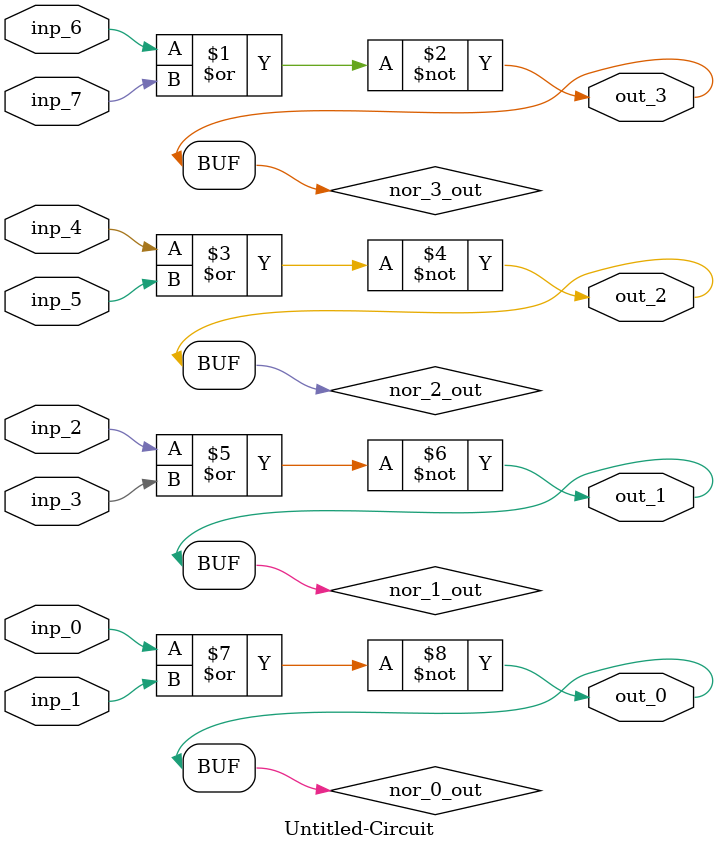
<source format=v>
module TestBench();

  reg inp_0, inp_1, inp_2, inp_3, inp_4, inp_5, inp_6, inp_7;

  wire out_0, out_1, out_2, out_3;

  \Untitled-Circuit  DUT0(out_0, out_1, out_2, out_3, inp_0, inp_1, inp_2, inp_3, inp_4, inp_5, inp_6, inp_7);

  initial begin
    inp_0 = 0;
    inp_1 = 0;
    inp_2 = 0;
    inp_3 = 1;
    inp_4 = 1;
    inp_5 = 0;
    inp_6 = 1;
    inp_7 = 1;

    $display("Flavia Brandi Niffinegger - 649354");

    #15
    $display("a = %b b = %b s = %b", inp_0, inp_1, out_0);
    $display("a = %b b = %b s = %b", inp_2, inp_3, out_1);
    $display("a = %b b = %b s = %b", inp_4, inp_5, out_2);
    $display("a = %b b = %b s = %b", inp_6, inp_7, out_3);

    $finish;

  end
endmodule


module \Untitled-Circuit (out_0, out_1, out_2, out_3, inp_0, inp_1, inp_2, inp_3, inp_4, inp_5, inp_6, inp_7);
  output out_0,  out_1,  out_2,  out_3;
  input inp_0, inp_1, inp_2, inp_3, inp_4, inp_5, inp_6, inp_7;
  wire nor_3_out, nor_2_out, nor_1_out, nor_0_out;
  assign nor_3_out = ~(inp_6 | inp_7);
  assign out_3 = nor_3_out;
  assign nor_2_out = ~(inp_4 | inp_5);
  assign out_2 = nor_2_out;
  assign nor_1_out = ~(inp_2 | inp_3);
  assign out_1 = nor_1_out;
  assign nor_0_out = ~(inp_0 | inp_1);
  assign out_0 = nor_0_out;
endmodule


</source>
